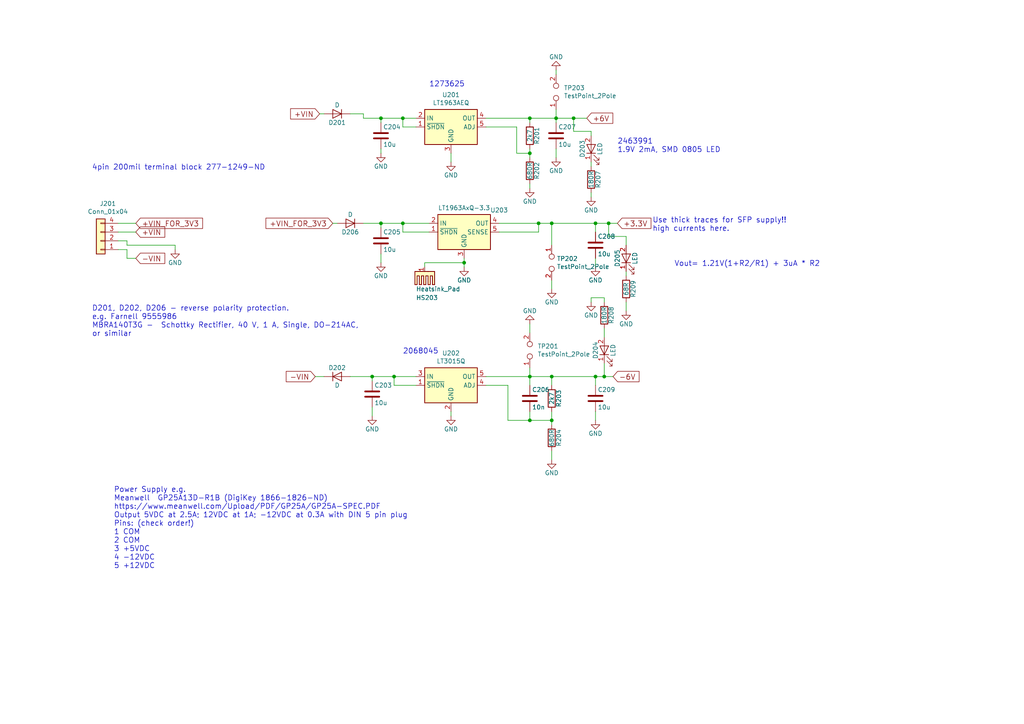
<source format=kicad_sch>
(kicad_sch (version 20250114) (generator "eeschema") (generator_version "9.0")
  (paper "A4")
  (title_block (title "SFP-Board, 2018.03 - Power Supply") (date "2017-03-10") (company "Anders Wallin (anders.e.e.wallin \"at\" gmail.com)") (comment 1 "2018-03: remove DC-filters, add heatsinks"))
  (lib_symbols
    (symbol "Connector:TestPoint_2Pole" (pin_names (offset 0.762) (hide yes))
      (property "Reference" "TP" (at 0 1.524 0))
      (property "Value" "TestPoint_2Pole" (at 0 -1.778 0))
      (symbol "TestPoint_2Pole_0_1"
        (circle (center -1.778 0) (radius 0.762))
        (circle (center 1.778 0) (radius 0.762))
        (pin passive line (at -5.08 0 0) (length 2.54) (name "1") (number "1"))
        (pin passive line (at 5.08 0 180) (length 2.54) (name "2") (number "2"))
      )
    )
    (symbol "Connector_Generic:Conn_01x04" (pin_names (offset 1.016) (hide yes))
      (property "Reference" "J" (at 0 5.08 0))
      (property "Value" "Conn_01x04" (at 0 -7.62 0))
      (symbol "Conn_01x04_1_1"
        (rectangle (start -1.27 3.81) (end 1.27 -6.35) (stroke (width 0.254)) (fill (type background)))
        (rectangle (start -1.27 2.667) (end 0 2.413) (stroke (width 0.1524)))
        (rectangle (start -1.27 0.127) (end 0 -0.127) (stroke (width 0.1524)))
        (rectangle (start -1.27 -2.413) (end 0 -2.667) (stroke (width 0.1524)))
        (rectangle (start -1.27 -4.953) (end 0 -5.207) (stroke (width 0.1524)))
        (pin passive line (at -5.08 2.54 0) (length 3.81) (name "Pin_1") (number "1"))
        (pin passive line (at -5.08 0 0) (length 3.81) (name "Pin_2") (number "2"))
        (pin passive line (at -5.08 -2.54 0) (length 3.81) (name "Pin_3") (number "3"))
        (pin passive line (at -5.08 -5.08 0) (length 3.81) (name "Pin_4") (number "4"))
      )
    )
    (symbol "Mechanical:Heatsink_Pad" (pin_names (offset 0))
      (property "Reference" "HS" (at 0 5.715 0))
      (property "Value" "Heatsink_Pad" (at 0 3.81 0))
      (symbol "Heatsink_Pad_0_1"
        (polyline (pts (xy -0.3302 0) (xy -0.9652 0) (xy -0.9652 2.54) (xy -1.6002 2.54) (xy -1.6002 0) (xy -2.2352 0) (xy -2.2352 2.54) (xy -2.8702 2.54) (xy -2.8702 -1.27) (xy -0.9652 -1.27)) (stroke (width 0.254)) (fill (type background)))
        (polyline (pts (xy -0.3302 0) (xy -0.3302 2.54) (xy 0.3048 2.54) (xy 0.3048 0) (xy 0.9398 0) (xy 0.9398 2.54) (xy 1.5748 2.54) (xy 1.5748 0) (xy 2.2098 0) (xy 2.2098 2.54) (xy 2.8448 2.54) (xy 2.8448 -1.27) (xy -0.9652 -1.27)) (stroke (width 0.254)) (fill (type background)))
      )
      (symbol "Heatsink_Pad_1_1"
        (pin passive line (at 0 -2.54 90) (length 1.27) (name "~") (number "1"))
      )
    )
    (symbol "Regulator_Linear:LT1963AEQ"
      (property "Reference" "U" (at -7.62 6.35 0))
      (property "Value" "LT1963AEQ" (at -1.27 6.35 0))
      (symbol "LT1963AEQ_0_1"
        (rectangle (start -7.62 5.08) (end 7.62 -5.08) (stroke (width 0.254)) (fill (type background)))
      )
      (symbol "LT1963AEQ_1_1"
        (pin power_in line (at -10.16 2.54 0) (length 2.54) (name "IN") (number "2"))
        (pin input line (at -10.16 0 0) (length 2.54) (name "~{SHDN}") (number "1"))
        (pin power_in line (at 0 -7.62 90) (length 2.54) (name "GND") (number "3"))
        (pin power_out line (at 10.16 2.54 180) (length 2.54) (name "OUT") (number "4"))
        (pin input line (at 10.16 0 180) (length 2.54) (name "ADJ") (number "5"))
      )
    )
    (symbol "Regulator_Linear:LT1963AxQ-3.3"
      (property "Reference" "U" (at -7.62 6.35 0))
      (property "Value" "LT1963AxQ-3.3" (at -1.27 6.35 0))
      (symbol "LT1963AxQ-3.3_0_1"
        (rectangle (start -7.62 5.08) (end 7.62 -5.08) (stroke (width 0.254)) (fill (type background)))
      )
      (symbol "LT1963AxQ-3.3_1_1"
        (pin power_in line (at -10.16 2.54 0) (length 2.54) (name "IN") (number "2"))
        (pin input line (at -10.16 0 0) (length 2.54) (name "~{SHDN}") (number "1"))
        (pin power_in line (at 0 -7.62 90) (length 2.54) (name "GND") (number "3"))
        (pin power_out line (at 10.16 2.54 180) (length 2.54) (name "OUT") (number "4"))
        (pin input line (at 10.16 0 180) (length 2.54) (name "SENSE") (number "5"))
      )
    )
    (symbol "Regulator_Linear:LT3015Q"
      (property "Reference" "U" (at -6.35 6.35 0))
      (property "Value" "LT3015Q" (at 0 6.35 0))
      (symbol "LT3015Q_0_1"
        (rectangle (start -7.62 5.08) (end 7.62 -5.08) (stroke (width 0.254)) (fill (type background)))
      )
      (symbol "LT3015Q_1_1"
        (pin power_in line (at -10.16 2.54 0) (length 2.54) (name "IN") (number "3"))
        (pin input line (at -10.16 0 0) (length 2.54) (name "~{SHDN}") (number "1"))
        (pin power_in line (at 0 -7.62 90) (length 2.54) (name "GND") (number "2"))
        (pin power_out line (at 10.16 2.54 180) (length 2.54) (name "OUT") (number "5"))
        (pin input line (at 10.16 0 180) (length 2.54) (name "ADJ") (number "4"))
      )
    )
    (symbol "sfp_v4-rescue:C" (pin_numbers (hide yes)) (pin_names (offset 0.254))
      (property "Reference" "C" (at 0.635 2.54 0))
      (property "Value" "C" (at 0.635 -2.54 0))
      (symbol "C_0_1"
        (polyline (pts (xy -2.032 0.762) (xy 2.032 0.762)) (stroke (width 0.508)))
        (polyline (pts (xy -2.032 -0.762) (xy 2.032 -0.762)) (stroke (width 0.508)))
      )
      (symbol "C_1_1"
        (pin passive line (at 0 3.81 270) (length 2.794) (name "~") (number "1"))
        (pin passive line (at 0 -3.81 90) (length 2.794) (name "~") (number "2"))
      )
    )
    (symbol "sfp_v4-rescue:D" (pin_numbers (hide yes)) (pin_names (offset 1.016) (hide yes))
      (property "Reference" "D" (at 0 2.54 0))
      (property "Value" "D" (at 0 -2.54 0))
      (symbol "D_0_1"
        (polyline (pts (xy -1.27 1.27) (xy -1.27 -1.27)) (stroke (width 0.2032)))
        (polyline (pts (xy 1.27 1.27) (xy 1.27 -1.27) (xy -1.27 0) (xy 1.27 1.27)) (stroke (width 0.2032)))
        (polyline (pts (xy 1.27 0) (xy -1.27 0)))
      )
      (symbol "D_1_1"
        (pin passive line (at -3.81 0 0) (length 2.54) (name "K") (number "1"))
        (pin passive line (at 3.81 0 180) (length 2.54) (name "A") (number "2"))
      )
    )
    (symbol "sfp_v4-rescue:GND-power" (power) (pin_names (offset 0))
      (property "Value" "GND-power" (at 0 -3.81 0))
      (symbol "GND-power_0_1"
        (polyline (pts (xy 0 0) (xy 0 -1.27) (xy 1.27 -1.27) (xy 0 -2.54) (xy -1.27 -1.27) (xy 0 -1.27)))
      )
      (symbol "GND-power_1_1"
        (pin power_in line (at 0 0 270) (length 0) (hide yes) (name "GND") (number "1"))
      )
    )
    (symbol "sfp_v4-rescue:LED" (pin_names (offset 1.016) (hide yes))
      (property "Reference" "D" (at 0 2.54 0))
      (property "Value" "LED" (at 0 -2.54 0))
      (symbol "LED_0_1"
        (polyline (pts (xy -3.048 -0.762) (xy -4.572 -2.286) (xy -3.81 -2.286) (xy -4.572 -2.286) (xy -4.572 -1.524)))
        (polyline (pts (xy -1.778 -0.762) (xy -3.302 -2.286) (xy -2.54 -2.286) (xy -3.302 -2.286) (xy -3.302 -1.524)))
        (polyline (pts (xy -1.27 0) (xy 1.27 0)))
        (polyline (pts (xy -1.27 -1.27) (xy -1.27 1.27)) (stroke (width 0.2032)))
        (polyline (pts (xy 1.27 -1.27) (xy 1.27 1.27) (xy -1.27 0) (xy 1.27 -1.27)) (stroke (width 0.2032)))
      )
      (symbol "LED_1_1"
        (pin passive line (at -3.81 0 0) (length 2.54) (name "K") (number "1"))
        (pin passive line (at 3.81 0 180) (length 2.54) (name "A") (number "2"))
      )
    )
    (symbol "sfp_v4-rescue:R" (pin_numbers (hide yes)) (pin_names (offset 0))
      (property "Reference" "R" (at 2.032 0 90))
      (property "Value" "R" (at 0 0 90))
      (symbol "R_0_1"
        (rectangle (start -1.016 -2.54) (end 1.016 2.54) (stroke (width 0.254)))
      )
      (symbol "R_1_1"
        (pin passive line (at 0 3.81 270) (length 1.27) (name "~") (number "1"))
        (pin passive line (at 0 -3.81 90) (length 1.27) (name "~") (number "2"))
      )
    )
  )
  (text "Vout= 1.21V(1+R2/R1) + 3uA * R2" (at 195.58 77.47 0) (effects (font (size 1.524 1.524)) (justify left bottom)))
  (text "2068045 " (at 116.84 102.87 0) (effects (font (size 1.524 1.524)) (justify left bottom)))
  (text "Power Supply e.g.\nMeanwell  GP25A13D-R1B (DigiKey 1866-1826-ND)\nhttps://www.meanwell.com/Upload/PDF/GP25A/GP25A-SPEC.PDF\nOutput 5VDC at 2.5A; 12VDC at 1A; -12VDC at 0.3A with DIN 5 pin plug\nPins: (check order!)\n1 COM\n2 COM\n3 +5VDC\n4 -12VDC\n5 +12VDC" (at 33.02 165.1 0) (effects (font (size 1.524 1.524)) (justify left bottom)))
  (text "D201, D202, D206 - reverse polarity protection.\ne.g. Farnell 9555986\nMBRA140T3G -  Schottky Rectifier, 40 V, 1 A, Single, DO-214AC,\nor similar" (at 26.67 97.79 0) (effects (font (size 1.524 1.524)) (justify left bottom)))
  (text "2463991 \n1.9V 2mA, SMD 0805 LED" (at 179.07 44.45 0) (effects (font (size 1.524 1.524)) (justify left bottom)))
  (text "1273625" (at 124.46 25.4 0) (effects (font (size 1.524 1.524)) (justify left bottom)))
  (text "4pin 200mil terminal block 277-1249-ND" (at 26.67 49.53 0) (effects (font (size 1.524 1.524)) (justify left bottom)))
  (text "Use thick traces for SFP supply!!\nhigh currents here." (at 189.23 67.31 0) (effects (font (size 1.524 1.524)) (justify left bottom)))
  (junction (at 160.02 109.22))
  (junction (at 166.37 34.29))
  (junction (at 134.62 76.2))
  (junction (at 160.02 121.92))
  (junction (at 110.49 34.29))
  (junction (at 116.84 64.77))
  (junction (at 107.95 109.22))
  (junction (at 172.72 109.22))
  (junction (at 153.67 109.22))
  (junction (at 161.29 34.29))
  (junction (at 153.67 34.29))
  (junction (at 153.67 121.92))
  (junction (at 160.02 64.77))
  (junction (at 116.84 34.29))
  (junction (at 176.53 64.77))
  (junction (at 110.49 64.77))
  (junction (at 175.26 109.22))
  (junction (at 114.3 109.22))
  (junction (at 156.21 64.77))
  (junction (at 172.72 64.77))
  (junction (at 153.67 44.45))
  (wire (pts (xy 105.41 34.29) (xy 110.49 34.29)))
  (wire (pts (xy 36.83 72.39) (xy 34.29 72.39)))
  (wire (pts (xy 160.02 123.19) (xy 160.02 121.92)))
  (wire (pts (xy 160.02 133.35) (xy 160.02 130.81)))
  (wire (pts (xy 105.41 64.77) (xy 110.49 64.77)))
  (wire (pts (xy 166.37 34.29) (xy 170.18 34.29)))
  (wire (pts (xy 161.29 31.75) (xy 161.29 34.29)))
  (wire (pts (xy 110.49 66.04) (xy 110.49 64.77)))
  (wire (pts (xy 153.67 44.45) (xy 153.67 45.72)))
  (wire (pts (xy 147.32 121.92) (xy 147.32 111.76)))
  (wire (pts (xy 107.95 109.22) (xy 114.3 109.22)))
  (wire (pts (xy 175.26 109.22) (xy 177.8 109.22)))
  (wire (pts (xy 160.02 111.76) (xy 160.02 109.22)))
  (wire (pts (xy 153.67 54.61) (xy 153.67 53.34)))
  (wire (pts (xy 161.29 45.72) (xy 161.29 43.18)))
  (wire (pts (xy 123.19 76.2) (xy 134.62 76.2)))
  (wire (pts (xy 160.02 83.82) (xy 160.02 81.28)))
  (wire (pts (xy 140.97 111.76) (xy 147.32 111.76)))
  (wire (pts (xy 97.79 64.77) (xy 96.52 64.77)))
  (wire (pts (xy 172.72 64.77) (xy 176.53 64.77)))
  (wire (pts (xy 144.78 67.31) (xy 156.21 67.31)))
  (wire (pts (xy 123.19 76.2) (xy 123.19 77.47)))
  (wire (pts (xy 153.67 35.56) (xy 153.67 34.29)))
  (wire (pts (xy 172.72 109.22) (xy 175.26 109.22)))
  (wire (pts (xy 175.26 97.79) (xy 175.26 95.25)))
  (wire (pts (xy 175.26 86.36) (xy 175.26 87.63)))
  (wire (pts (xy 36.83 74.93) (xy 36.83 72.39)))
  (wire (pts (xy 120.65 111.76) (xy 114.3 111.76)))
  (wire (pts (xy 110.49 34.29) (xy 116.84 34.29)))
  (wire (pts (xy 161.29 21.59) (xy 161.29 20.32)))
  (wire (pts (xy 160.02 121.92) (xy 153.67 121.92)))
  (wire (pts (xy 50.8 71.12) (xy 50.8 72.39)))
  (wire (pts (xy 171.45 38.1) (xy 166.37 38.1)))
  (wire (pts (xy 172.72 64.77) (xy 172.72 67.31)))
  (wire (pts (xy 134.62 77.47) (xy 134.62 76.2)))
  (wire (pts (xy 166.37 38.1) (xy 166.37 34.29)))
  (wire (pts (xy 101.6 33.02) (xy 105.41 33.02)))
  (wire (pts (xy 149.86 36.83) (xy 149.86 44.45)))
  (wire (pts (xy 160.02 71.12) (xy 160.02 64.77)))
  (wire (pts (xy 93.98 109.22) (xy 91.44 109.22)))
  (wire (pts (xy 107.95 109.22) (xy 107.95 110.49)))
  (wire (pts (xy 107.95 120.65) (xy 107.95 118.11)))
  (wire (pts (xy 39.37 74.93) (xy 36.83 74.93)))
  (wire (pts (xy 156.21 67.31) (xy 156.21 64.77)))
  (wire (pts (xy 153.67 96.52) (xy 153.67 93.98)))
  (wire (pts (xy 36.83 69.85) (xy 34.29 69.85)))
  (wire (pts (xy 160.02 64.77) (xy 172.72 64.77)))
  (wire (pts (xy 39.37 64.77) (xy 34.29 64.77)))
  (wire (pts (xy 120.65 36.83) (xy 116.84 36.83)))
  (wire (pts (xy 176.53 68.58) (xy 176.53 64.77)))
  (wire (pts (xy 149.86 44.45) (xy 153.67 44.45)))
  (wire (pts (xy 161.29 34.29) (xy 166.37 34.29)))
  (wire (pts (xy 160.02 121.92) (xy 160.02 119.38)))
  (wire (pts (xy 114.3 109.22) (xy 120.65 109.22)))
  (wire (pts (xy 140.97 36.83) (xy 149.86 36.83)))
  (wire (pts (xy 153.67 121.92) (xy 147.32 121.92)))
  (wire (pts (xy 105.41 33.02) (xy 105.41 34.29)))
  (wire (pts (xy 116.84 34.29) (xy 120.65 34.29)))
  (wire (pts (xy 39.37 67.31) (xy 34.29 67.31)))
  (wire (pts (xy 171.45 39.37) (xy 171.45 38.1)))
  (wire (pts (xy 181.61 80.01) (xy 181.61 78.74)))
  (wire (pts (xy 101.6 109.22) (xy 107.95 109.22)))
  (wire (pts (xy 171.45 87.63) (xy 171.45 86.36)))
  (wire (pts (xy 156.21 64.77) (xy 160.02 64.77)))
  (wire (pts (xy 36.83 71.12) (xy 50.8 71.12)))
  (wire (pts (xy 175.26 105.41) (xy 175.26 109.22)))
  (wire (pts (xy 181.61 71.12) (xy 181.61 68.58)))
  (wire (pts (xy 130.81 44.45) (xy 130.81 46.99)))
  (wire (pts (xy 153.67 111.76) (xy 153.67 109.22)))
  (wire (pts (xy 140.97 34.29) (xy 153.67 34.29)))
  (wire (pts (xy 116.84 67.31) (xy 124.46 67.31)))
  (wire (pts (xy 153.67 109.22) (xy 160.02 109.22)))
  (wire (pts (xy 161.29 34.29) (xy 161.29 35.56)))
  (wire (pts (xy 110.49 44.45) (xy 110.49 43.18)))
  (wire (pts (xy 181.61 68.58) (xy 176.53 68.58)))
  (wire (pts (xy 153.67 109.22) (xy 153.67 106.68)))
  (wire (pts (xy 110.49 76.2) (xy 110.49 73.66)))
  (wire (pts (xy 153.67 119.38) (xy 153.67 121.92)))
  (wire (pts (xy 134.62 76.2) (xy 134.62 74.93)))
  (wire (pts (xy 116.84 36.83) (xy 116.84 34.29)))
  (wire (pts (xy 110.49 35.56) (xy 110.49 34.29)))
  (wire (pts (xy 171.45 57.15) (xy 171.45 55.88)))
  (wire (pts (xy 36.83 71.12) (xy 36.83 69.85)))
  (wire (pts (xy 171.45 86.36) (xy 175.26 86.36)))
  (wire (pts (xy 110.49 64.77) (xy 116.84 64.77)))
  (wire (pts (xy 171.45 48.26) (xy 171.45 46.99)))
  (wire (pts (xy 153.67 34.29) (xy 161.29 34.29)))
  (wire (pts (xy 116.84 67.31) (xy 116.84 64.77)))
  (wire (pts (xy 116.84 64.77) (xy 124.46 64.77)))
  (wire (pts (xy 114.3 109.22) (xy 114.3 111.76)))
  (wire (pts (xy 153.67 43.18) (xy 153.67 44.45)))
  (wire (pts (xy 160.02 109.22) (xy 172.72 109.22)))
  (wire (pts (xy 144.78 64.77) (xy 156.21 64.77)))
  (wire (pts (xy 172.72 77.47) (xy 172.72 74.93)))
  (wire (pts (xy 130.81 119.38) (xy 130.81 120.65)))
  (wire (pts (xy 176.53 64.77) (xy 179.07 64.77)))
  (wire (pts (xy 140.97 109.22) (xy 153.67 109.22)))
  (wire (pts (xy 93.98 33.02) (xy 92.71 33.02)))
  (wire (pts (xy 172.72 109.22) (xy 172.72 111.76)))
  (wire (pts (xy 172.72 121.92) (xy 172.72 119.38)))
  (wire (pts (xy 181.61 90.17) (xy 181.61 87.63)))
  (global_label "+VIN_FOR_3V3" (shape input) (at 96.52 64.77 180) (effects (font (size 1.524 1.524))) (property "Intersheetrefs" "${INTERSHEET_REFS}" (effects (hide yes))))
  (global_label "+VIN" (shape input) (at 92.71 33.02 180) (effects (font (size 1.524 1.524))) (property "Intersheetrefs" "${INTERSHEET_REFS}" (effects (hide yes))))
  (global_label "-VIN" (shape input) (at 39.37 74.93 0) (effects (font (size 1.524 1.524))) (property "Intersheetrefs" "${INTERSHEET_REFS}" (effects (hide yes))))
  (global_label "-6V" (shape input) (at 177.8 109.22 0) (effects (font (size 1.524 1.524))) (property "Intersheetrefs" "${INTERSHEET_REFS}" (effects (hide yes))))
  (global_label "+VIN" (shape input) (at 39.37 67.31 0) (effects (font (size 1.524 1.524))) (property "Intersheetrefs" "${INTERSHEET_REFS}" (effects (hide yes))))
  (global_label "+VIN_FOR_3V3" (shape input) (at 39.37 64.77 0) (effects (font (size 1.524 1.524))) (property "Intersheetrefs" "${INTERSHEET_REFS}" (effects (hide yes))))
  (global_label "-VIN" (shape input) (at 91.44 109.22 180) (effects (font (size 1.524 1.524))) (property "Intersheetrefs" "${INTERSHEET_REFS}" (effects (hide yes))))
  (global_label "+6V" (shape input) (at 170.18 34.29 0) (effects (font (size 1.524 1.524))) (property "Intersheetrefs" "${INTERSHEET_REFS}" (effects (hide yes))))
  (global_label "+3.3V" (shape input) (at 179.07 64.77 0) (effects (font (size 1.524 1.524))) (property "Intersheetrefs" "${INTERSHEET_REFS}" (effects (hide yes))))
  (symbol (lib_id "sfp_v4-rescue:R") (at 160.02 115.57 0) (unit 1)
    (property "Reference" "R203" (at 162.052 115.57 90))
    (property "Value" "2k7" (at 160.02 115.57 90))
    (property "Footprint" "Resistors_SMD:R_0805" (effects (hide yes)))
  )
  (symbol (lib_id "sfp_v4-rescue:R") (at 160.02 127 0) (unit 1)
    (property "Reference" "R204" (at 162.052 127 90))
    (property "Value" "680R" (at 160.02 127 90))
    (property "Footprint" "Resistors_SMD:R_0805" (effects (hide yes)))
  )
  (symbol (lib_id "sfp_v4-rescue:C") (at 172.72 71.12 0) (unit 1)
    (property "Reference" "C208" (at 173.355 68.58 0) (effects (justify left)))
    (property "Value" "10u" (at 173.355 73.66 0) (effects (justify left)))
    (property "Footprint" "Capacitors_SMD:C_0805" (effects (hide yes)))
  )
  (symbol (lib_id "sfp_v4-rescue:GND-power") (at 134.62 77.47 0) (unit 1)
    (property "Reference" "#PWR042" (effects (hide yes)))
    (property "Value" "GND" (at 134.62 81.28 0))
  )
  (symbol (lib_id "sfp_v4-rescue:GND-power") (at 172.72 77.47 0) (unit 1)
    (property "Reference" "#PWR043" (effects (hide yes)))
    (property "Value" "GND" (at 172.72 81.28 0))
  )
  (symbol (lib_id "sfp_v4-rescue:C") (at 110.49 69.85 0) (unit 1)
    (property "Reference" "C205" (at 111.125 67.31 0) (effects (justify left)))
    (property "Value" "10u" (at 111.125 72.39 0) (effects (justify left)))
    (property "Footprint" "Capacitors_SMD:C_0805" (effects (hide yes)))
  )
  (symbol (lib_id "sfp_v4-rescue:GND-power") (at 110.49 76.2 0) (unit 1)
    (property "Reference" "#PWR045" (effects (hide yes)))
    (property "Value" "GND" (at 110.49 80.01 0))
  )
  (symbol (lib_id "sfp_v4-rescue:GND-power") (at 130.81 46.99 0) (unit 1)
    (property "Reference" "#PWR046" (effects (hide yes)))
    (property "Value" "GND" (at 130.81 50.8 0))
  )
  (symbol (lib_id "sfp_v4-rescue:R") (at 153.67 39.37 0) (unit 1)
    (property "Reference" "R201" (at 155.702 39.37 90))
    (property "Value" "2k7" (at 153.67 39.37 90))
    (property "Footprint" "Resistors_SMD:R_0805" (effects (hide yes)))
  )
  (symbol (lib_id "sfp_v4-rescue:R") (at 153.67 49.53 0) (unit 1)
    (property "Reference" "R202" (at 155.702 49.53 90))
    (property "Value" "680R" (at 153.67 49.53 90))
    (property "Footprint" "Resistors_SMD:R_0805" (effects (hide yes)))
  )
  (symbol (lib_id "sfp_v4-rescue:C") (at 161.29 39.37 0) (unit 1)
    (property "Reference" "C207" (at 161.925 36.83 0) (effects (justify left)))
    (property "Value" "10u" (at 161.925 41.91 0) (effects (justify left)))
    (property "Footprint" "Capacitors_SMD:C_0805" (effects (hide yes)))
  )
  (symbol (lib_id "sfp_v4-rescue:GND-power") (at 161.29 45.72 0) (unit 1)
    (property "Reference" "#PWR047" (effects (hide yes)))
    (property "Value" "GND" (at 161.29 49.53 0))
  )
  (symbol (lib_id "sfp_v4-rescue:GND-power") (at 153.67 54.61 0) (unit 1)
    (property "Reference" "#PWR048" (effects (hide yes)))
    (property "Value" "GND" (at 153.67 58.42 0))
  )
  (symbol (lib_id "sfp_v4-rescue:C") (at 110.49 39.37 0) (unit 1)
    (property "Reference" "C204" (at 111.125 36.83 0) (effects (justify left)))
    (property "Value" "10u" (at 111.125 41.91 0) (effects (justify left)))
    (property "Footprint" "Capacitors_SMD:C_0805" (effects (hide yes)))
  )
  (symbol (lib_id "sfp_v4-rescue:GND-power") (at 110.49 44.45 0) (unit 1)
    (property "Reference" "#PWR050" (effects (hide yes)))
    (property "Value" "GND" (at 110.49 48.26 0))
  )
  (symbol (lib_id "sfp_v4-rescue:C") (at 153.67 115.57 0) (unit 1)
    (property "Reference" "C206" (at 154.305 113.03 0) (effects (justify left)))
    (property "Value" "10n" (at 154.305 118.11 0) (effects (justify left)))
    (property "Footprint" "Capacitors_SMD:C_0805" (effects (hide yes)))
  )
  (symbol (lib_id "sfp_v4-rescue:C") (at 172.72 115.57 0) (unit 1)
    (property "Reference" "C209" (at 173.355 113.03 0) (effects (justify left)))
    (property "Value" "10u" (at 173.355 118.11 0) (effects (justify left)))
    (property "Footprint" "Capacitors_SMD:C_0805" (effects (hide yes)))
  )
  (symbol (lib_id "sfp_v4-rescue:GND-power") (at 160.02 133.35 0) (unit 1)
    (property "Reference" "#PWR051" (effects (hide yes)))
    (property "Value" "GND" (at 160.02 137.16 0))
  )
  (symbol (lib_id "sfp_v4-rescue:GND-power") (at 172.72 121.92 0) (unit 1)
    (property "Reference" "#PWR052" (effects (hide yes)))
    (property "Value" "GND" (at 172.72 125.73 0))
  )
  (symbol (lib_id "sfp_v4-rescue:GND-power") (at 130.81 120.65 0) (unit 1)
    (property "Reference" "#PWR053" (effects (hide yes)))
    (property "Value" "GND" (at 130.81 124.46 0))
  )
  (symbol (lib_id "sfp_v4-rescue:C") (at 107.95 114.3 0) (unit 1)
    (property "Reference" "C203" (at 108.585 111.76 0) (effects (justify left)))
    (property "Value" "10u" (at 108.585 116.84 0) (effects (justify left)))
    (property "Footprint" "Capacitors_SMD:C_0805" (effects (hide yes)))
  )
  (symbol (lib_id "sfp_v4-rescue:D") (at 97.79 33.02 180) (unit 1)
    (property "Reference" "D201" (at 97.79 35.56 0))
    (property "Value" "D" (at 97.79 30.48 0))
    (property "Footprint" "awallinKiCadFootprints:DIODE_DO-214BA" (effects (hide yes)))
  )
  (symbol (lib_id "sfp_v4-rescue:GND-power") (at 50.8 72.39 0) (unit 1)
    (property "Reference" "#PWR054" (effects (hide yes)))
    (property "Value" "GND" (at 50.8 76.2 0))
  )
  (symbol (lib_id "sfp_v4-rescue:D") (at 97.79 109.22 0) (unit 1)
    (property "Reference" "D202" (at 97.79 106.68 0))
    (property "Value" "D" (at 97.79 111.76 0))
    (property "Footprint" "awallinKiCadFootprints:DIODE_DO-214BA" (effects (hide yes)))
  )
  (symbol (lib_id "sfp_v4-rescue:GND-power") (at 107.95 120.65 0) (unit 1)
    (property "Reference" "#PWR055" (effects (hide yes)))
    (property "Value" "GND" (at 107.95 124.46 0))
  )
  (symbol (lib_id "sfp_v4-rescue:LED") (at 175.26 101.6 90) (unit 1)
    (property "Reference" "D204" (at 172.72 101.6 0))
    (property "Value" "LED" (at 177.8 101.6 0))
    (property "Footprint" "LEDs:LED_0805" (effects (hide yes)))
  )
  (symbol (lib_id "sfp_v4-rescue:LED") (at 181.61 74.93 90) (unit 1)
    (property "Reference" "D205" (at 179.07 74.93 0))
    (property "Value" "LED" (at 184.15 74.93 0))
    (property "Footprint" "LEDs:LED_0805" (effects (hide yes)))
  )
  (symbol (lib_id "sfp_v4-rescue:LED") (at 171.45 43.18 90) (unit 1)
    (property "Reference" "D203" (at 168.91 43.18 0))
    (property "Value" "LED" (at 173.99 43.18 0))
    (property "Footprint" "LEDs:LED_0805" (effects (hide yes)))
  )
  (symbol (lib_id "sfp_v4-rescue:R") (at 171.45 52.07 0) (unit 1)
    (property "Reference" "R207" (at 173.482 52.07 90))
    (property "Value" "180R" (at 171.45 52.07 90))
    (property "Footprint" "Resistors_SMD:R_0805" (effects (hide yes)))
  )
  (symbol (lib_id "sfp_v4-rescue:R") (at 181.61 83.82 0) (unit 1)
    (property "Reference" "R209" (at 183.642 83.82 90))
    (property "Value" "68R" (at 181.61 83.82 90))
    (property "Footprint" "Resistors_SMD:R_0805" (effects (hide yes)))
  )
  (symbol (lib_id "sfp_v4-rescue:R") (at 175.26 91.44 0) (unit 1)
    (property "Reference" "R208" (at 177.292 91.44 90))
    (property "Value" "180R" (at 175.26 91.44 90))
    (property "Footprint" "Resistors_SMD:R_0805" (effects (hide yes)))
  )
  (symbol (lib_id "sfp_v4-rescue:GND-power") (at 171.45 57.15 0) (unit 1)
    (property "Reference" "#PWR056" (effects (hide yes)))
    (property "Value" "GND" (at 171.45 60.96 0))
  )
  (symbol (lib_id "sfp_v4-rescue:GND-power") (at 181.61 90.17 0) (unit 1)
    (property "Reference" "#PWR057" (effects (hide yes)))
    (property "Value" "GND" (at 181.61 93.98 0))
  )
  (symbol (lib_id "sfp_v4-rescue:GND-power") (at 171.45 87.63 0) (unit 1)
    (property "Reference" "#PWR058" (effects (hide yes)))
    (property "Value" "GND" (at 171.45 91.44 0))
  )
  (symbol (lib_id "Regulator_Linear:LT1963AxQ-3.3") (at 134.62 67.31 0) (unit 1)
    (property "Reference" "U203" (at 144.78 60.96 0))
    (property "Value" "LT1963AxQ-3.3" (at 134.62 60.2996 0))
    (property "Footprint" "Package_TO_SOT_SMD:TO-263-5_TabPin3" (effects (hide yes)))
    (property "Datasheet" "https://www.analog.com/media/en/technical-documentation/data-sheets/1963aff.pdf" (effects (hide yes)))
  )
  (symbol (lib_id "Regulator_Linear:LT1963AEQ") (at 130.81 36.83 0) (unit 1)
    (property "Reference" "U201" (at 130.81 27.5082 0))
    (property "Value" "LT1963AEQ" (at 130.81 29.8196 0))
    (property "Footprint" "Package_TO_SOT_SMD:TO-263-5_TabPin3" (effects (hide yes)))
    (property "Datasheet" "https://www.analog.com/media/en/technical-documentation/data-sheets/1963aff.pdf" (effects (hide yes)))
  )
  (symbol (lib_id "Regulator_Linear:LT3015Q") (at 130.81 111.76 0) (unit 1)
    (property "Reference" "U202" (at 130.81 102.4382 0))
    (property "Value" "LT3015Q" (at 130.81 104.7496 0))
    (property "Footprint" "Package_TO_SOT_SMD:TO-263-5_TabPin3" (effects (hide yes)))
    (property "Datasheet" "https://www.analog.com/media/en/technical-documentation/data-sheets/3015fb.pdf" (effects (hide yes)))
  )
  (symbol (lib_id "Mechanical:Heatsink_Pad") (at 123.19 80.01 180) (unit 1)
    (property "Reference" "HS203" (at 120.65 86.36 0) (effects (justify right)))
    (property "Value" "Heatsink_Pad" (at 120.65 83.82 0) (effects (justify right)))
    (property "Footprint" "Heatsink:Heatsink_Fischer_FK24413D2PAK_26x13mm" (effects (hide yes)))
  )
  (symbol (lib_id "Connector_Generic:Conn_01x04") (at 29.21 69.85 180) (unit 1)
    (property "Reference" "J201" (at 31.2928 59.055 0))
    (property "Value" "Conn_01x04" (at 31.2928 61.3664 0))
    (property "Footprint" "TerminalBlock:TerminalBlock_bornier-4_P5.08mm" (effects (hide yes)))
  )
  (symbol (lib_id "sfp_v4-rescue:D") (at 101.6 64.77 180) (unit 1)
    (property "Reference" "D206" (at 101.6 67.31 0))
    (property "Value" "D" (at 101.6 62.23 0))
    (property "Footprint" "awallinKiCadFootprints:DIODE_DO-214BA" (effects (hide yes)))
  )
  (symbol (lib_id "Connector:TestPoint_2Pole") (at 153.67 101.6 90) (unit 1)
    (property "Reference" "TP201" (at 155.9052 100.4316 90) (effects (justify right)))
    (property "Value" "TestPoint_2Pole" (at 155.9052 102.743 90) (effects (justify right)))
    (property "Footprint" "TestPoint:TestPoint_2Pads_Pitch2.54mm_Drill0.8mm" (effects (hide yes)))
  )
  (symbol (lib_id "sfp_v4-rescue:GND-power") (at 153.67 93.98 180) (unit 1)
    (property "Reference" "#PWR0103" (effects (hide yes)))
    (property "Value" "GND" (at 153.67 90.17 0))
  )
  (symbol (lib_id "Connector:TestPoint_2Pole") (at 160.02 76.2 270) (unit 1)
    (property "Reference" "TP202" (at 161.4932 75.0316 90) (effects (justify left)))
    (property "Value" "TestPoint_2Pole" (at 161.4932 77.343 90) (effects (justify left)))
    (property "Footprint" "TestPoint:TestPoint_2Pads_Pitch2.54mm_Drill0.8mm" (effects (hide yes)))
  )
  (symbol (lib_id "sfp_v4-rescue:GND-power") (at 160.02 83.82 0) (unit 1)
    (property "Reference" "#PWR0104" (effects (hide yes)))
    (property "Value" "GND" (at 160.02 87.63 0))
  )
  (symbol (lib_id "Connector:TestPoint_2Pole") (at 161.29 26.67 90) (unit 1)
    (property "Reference" "TP203" (at 163.5252 25.5016 90) (effects (justify right)))
    (property "Value" "TestPoint_2Pole" (at 163.5252 27.813 90) (effects (justify right)))
    (property "Footprint" "TestPoint:TestPoint_2Pads_Pitch2.54mm_Drill0.8mm" (effects (hide yes)))
  )
  (symbol (lib_id "sfp_v4-rescue:GND-power") (at 161.29 20.32 180) (unit 1)
    (property "Reference" "#PWR0105" (effects (hide yes)))
    (property "Value" "GND" (at 161.29 16.51 0))
  )
)
</source>
